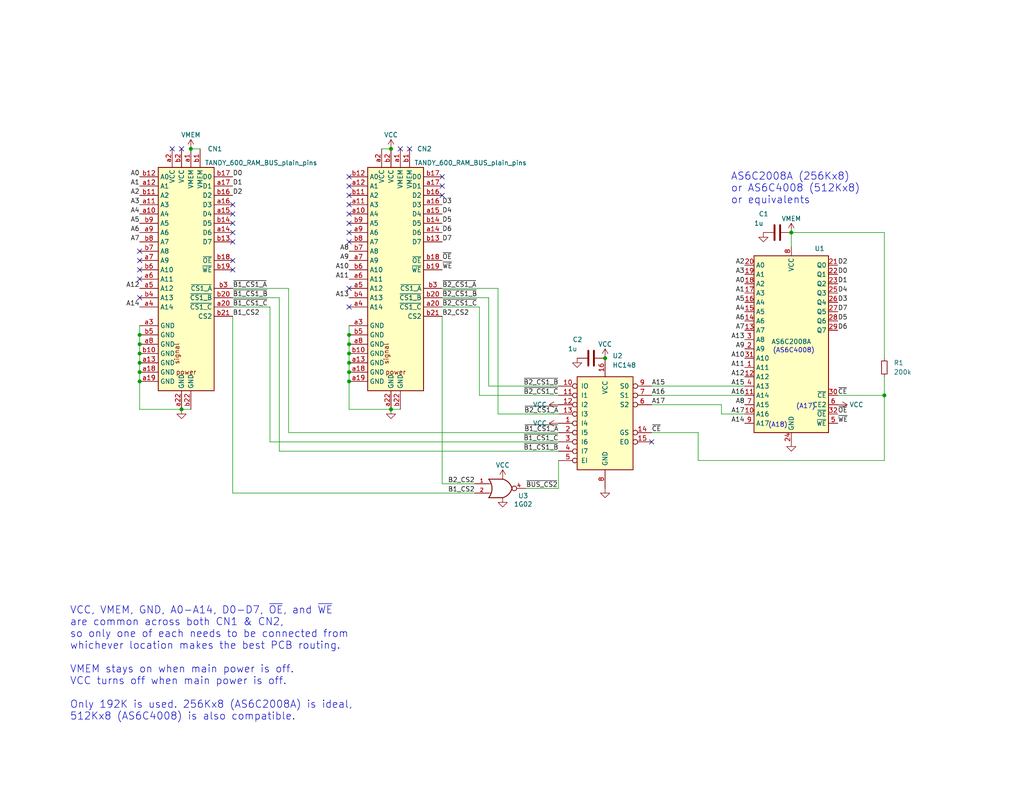
<source format=kicad_sch>
(kicad_sch (version 20231120) (generator "eeschema") (generator_version "8.0")
  (paper "USLetter")
  (title_block (title "TANDY 600 RAM DUAL") (date "2024-12-19") (rev "014") (company "Brian K. White - b.kenyon.w@gmail.com") (comment 1 "CC-BY-SA") (comment 2 "Originally based on Model600Sram_v1.1 by Jayeson Lee-Steer") (comment 3 "github.com/bkw777/TANDY_600_RAM"))
  (lib_symbols
    (symbol "000_LOCAL:74HC148" (pin_names (offset 1.016))
      (property "Reference" "U" (at -7.62 13.97 0))
      (property "Value" "74HC148" (at -7.62 -13.97 0))
      (symbol "74HC148_1_0"
        (pin input inverted (at -12.7 0 0) (length 5.08) (name "I4") (number "1"))
        (pin input inverted (at -12.7 10.16 0) (length 5.08) (name "IO") (number "10"))
        (pin input inverted (at -12.7 7.62 0) (length 5.08) (name "I1") (number "11"))
        (pin input inverted (at -12.7 5.08 0) (length 5.08) (name "I2") (number "12"))
        (pin input inverted (at -12.7 2.54 0) (length 5.08) (name "I3") (number "13"))
        (pin output inverted (at 12.7 -2.54 180) (length 5.08) (name "GS") (number "14"))
        (pin output inverted (at 12.7 -5.08 180) (length 5.08) (name "EO") (number "15"))
        (pin power_in line (at 0 17.78 270) (length 5.08) (name "VCC") (number "16"))
        (pin input inverted (at -12.7 -2.54 0) (length 5.08) (name "I5") (number "2"))
        (pin input inverted (at -12.7 -5.08 0) (length 5.08) (name "I6") (number "3"))
        (pin input inverted (at -12.7 -7.62 0) (length 5.08) (name "I7") (number "4"))
        (pin input inverted (at -12.7 -10.16 0) (length 5.08) (name "EI") (number "5"))
        (pin output inverted (at 12.7 5.08 180) (length 5.08) (name "S2") (number "6"))
        (pin output inverted (at 12.7 7.62 180) (length 5.08) (name "S1") (number "7"))
        (pin power_in line (at 0 -17.78 90) (length 5.08) (name "GND") (number "8"))
        (pin output inverted (at 12.7 10.16 180) (length 5.08) (name "S0") (number "9"))
      )
      (symbol "74HC148_1_1"
        (rectangle (start -7.62 12.7) (end 7.62 -12.7) (stroke (width 0.254)) (fill (type background)))
      )
    )
    (symbol "000_LOCAL:AS6C2008_TSOP-I-32"
      (property "Reference" "U" (at -10.16 23.495 0))
      (property "Value" "AS6C2008_TSOP-I-32" (at 2.54 23.495 0))
      (symbol "AS6C2008_TSOP-I-32_0_0"
        (pin power_in line (at 0 -29.21 90) (length 2.54) (name "GND") (number "24"))
        (pin power_in line (at 0 24.13 270) (length 2.54) (name "VCC") (number "8"))
      )
      (symbol "AS6C2008_TSOP-I-32_0_1"
        (rectangle (start -10.16 21.59) (end 10.16 -26.67) (stroke (width 0.254)) (fill (type background)))
      )
      (symbol "AS6C2008_TSOP-I-32_1_1"
        (pin input line (at -12.7 -8.89 0) (length 2.54) (name "A11") (number "1"))
        (pin input line (at -12.7 -21.59 0) (length 2.54) (name "A16") (number "10"))
        (pin input line (at -12.7 -16.51 0) (length 2.54) (name "A14") (number "11"))
        (pin input line (at -12.7 -11.43 0) (length 2.54) (name "A12") (number "12"))
        (pin input line (at -12.7 1.27 0) (length 2.54) (name "A7") (number "13"))
        (pin input line (at -12.7 3.81 0) (length 2.54) (name "A6") (number "14"))
        (pin input line (at -12.7 6.35 0) (length 2.54) (name "A5") (number "15"))
        (pin input line (at -12.7 8.89 0) (length 2.54) (name "A4") (number "16"))
        (pin input line (at -12.7 11.43 0) (length 2.54) (name "A3") (number "17"))
        (pin input line (at -12.7 13.97 0) (length 2.54) (name "A2") (number "18"))
        (pin input line (at -12.7 16.51 0) (length 2.54) (name "A1") (number "19"))
        (pin input line (at -12.7 -3.81 0) (length 2.54) (name "A9") (number "2"))
        (pin input line (at -12.7 19.05 0) (length 2.54) (name "A0") (number "20"))
        (pin tri_state line (at 12.7 19.05 180) (length 2.54) (name "Q0") (number "21"))
        (pin tri_state line (at 12.7 16.51 180) (length 2.54) (name "Q1") (number "22"))
        (pin tri_state line (at 12.7 13.97 180) (length 2.54) (name "Q2") (number "23"))
        (pin tri_state line (at 12.7 11.43 180) (length 2.54) (name "Q3") (number "25"))
        (pin tri_state line (at 12.7 8.89 180) (length 2.54) (name "Q4") (number "26"))
        (pin tri_state line (at 12.7 6.35 180) (length 2.54) (name "Q5") (number "27"))
        (pin tri_state line (at 12.7 3.81 180) (length 2.54) (name "Q6") (number "28"))
        (pin tri_state line (at 12.7 1.27 180) (length 2.54) (name "Q7") (number "29"))
        (pin input line (at -12.7 -1.27 0) (length 2.54) (name "A8") (number "3"))
        (pin input line (at 12.7 -16.51 180) (length 2.54) (name "~{CE}") (number "30"))
        (pin input line (at -12.7 -6.35 0) (length 2.54) (name "A10") (number "31"))
        (pin input line (at 12.7 -21.59 180) (length 2.54) (name "~{OE}") (number "32"))
        (pin input line (at -12.7 -13.97 0) (length 2.54) (name "A13") (number "4"))
        (pin input line (at 12.7 -24.13 180) (length 2.54) (name "~{WE}") (number "5"))
        (pin input line (at 12.7 -19.05 180) (length 2.54) (name "CE2") (number "6"))
        (pin input line (at -12.7 -19.05 0) (length 2.54) (name "A15") (number "7"))
        (pin input line (at -12.7 -24.13 0) (length 2.54) (name "A17") (number "9"))
      )
    )
    (symbol "000_LOCAL:C" (pin_numbers hide) (pin_names (offset 0.254))
      (property "Reference" "C" (at 0.635 2.54 0))
      (property "Value" "C" (at 0.635 -2.54 0))
      (symbol "C_0_1"
        (polyline (pts (xy -2.032 -0.762) (xy 2.032 -0.762)) (stroke (width 0.508)))
        (polyline (pts (xy -2.032 0.762) (xy 2.032 0.762)) (stroke (width 0.508)))
      )
      (symbol "C_1_1"
        (pin passive line (at 0 3.81 270) (length 2.794) (name "~") (number "1"))
        (pin passive line (at 0 -3.81 90) (length 2.794) (name "~") (number "2"))
      )
    )
    (symbol "000_LOCAL:GND" (power) (pin_names (offset 0))
      (property "Value" "GND" (at 0 -3.81 0))
      (symbol "GND_0_1"
        (polyline (pts (xy 0 0) (xy 0 -1.27) (xy 1.27 -1.27) (xy 0 -2.54) (xy -1.27 -1.27) (xy 0 -1.27)))
      )
      (symbol "GND_1_1"
        (pin power_in line (at 0 0 270) (length 0) hide (name "GND") (number "1"))
      )
    )
    (symbol "000_LOCAL:R_Small" (pin_numbers hide) (pin_names (offset 0.254) hide)
      (property "Reference" "R" (at 0.762 0.508 0))
      (property "Value" "R_Small" (at 0.762 -1.016 0))
      (symbol "R_Small_0_1"
        (rectangle (start -0.762 1.778) (end 0.762 -1.778) (stroke (width 0.2032)))
      )
      (symbol "R_Small_1_1"
        (pin passive line (at 0 2.54 270) (length 0.762) (name "~") (number "1"))
        (pin passive line (at 0 -2.54 90) (length 0.762) (name "~") (number "2"))
      )
    )
    (symbol "000_LOCAL:TANDY_600_RAM_BUS_plain_pins"
      (property "Reference" "J1" (at 6.35 34.29 0))
      (property "Value" "TANDY_600_RAM_BUS_plain_pins" (at 5.08 31.75 0))
      (symbol "TANDY_600_RAM_BUS_plain_pins_0_0"
        (text "power" (at 0 -25.4 0) (effects (font (size 1.27 1.27))))
        (text "signal" (at -2.54 -20.32 900) (effects (font (size 1.27 1.27))))
        (pin power_out line (at 1.27 35.56 270) (length 5.08) (name "VMEM") (number "a1"))
        (pin passive line (at -12.7 -22.86 0) (length 5.08) (name "GND") (number "a13"))
        (pin passive line (at -12.7 -25.4 0) (length 5.08) (name "GND") (number "a18"))
        (pin passive line (at -12.7 -27.94 0) (length 5.08) (name "GND") (number "a19"))
        (pin power_out line (at -3.81 35.56 270) (length 5.08) (name "VCC") (number "a2"))
        (pin power_out line (at -1.27 -35.56 90) (length 5.08) (name "GND") (number "a22"))
        (pin passive line (at -12.7 -12.7 0) (length 5.08) (name "GND") (number "a3"))
        (pin passive line (at -12.7 -17.78 0) (length 5.08) (name "GND") (number "a8"))
        (pin passive line (at 3.81 35.56 270) (length 5.08) (name "VMEM") (number "b1"))
        (pin passive line (at -12.7 -20.32 0) (length 5.08) (name "GND") (number "b10"))
        (pin passive line (at -1.27 35.56 270) (length 5.08) (name "VCC") (number "b2"))
        (pin passive line (at 1.27 -35.56 90) (length 5.08) (name "GND") (number "b22"))
        (pin passive line (at -12.7 -15.24 0) (length 5.08) (name "GND") (number "b5"))
      )
      (symbol "TANDY_600_RAM_BUS_plain_pins_0_1"
        (rectangle (start -7.62 30.48) (end 7.62 -30.48) (stroke (width 0.254)) (fill (type background)))
      )
      (symbol "TANDY_600_RAM_BUS_plain_pins_1_1"
        (pin output line (at -12.7 17.78 0) (length 5.08) (name "A4") (number "a10"))
        (pin output line (at -12.7 20.32 0) (length 5.08) (name "A3") (number "a11"))
        (pin output line (at -12.7 25.4 0) (length 5.08) (name "A1") (number "a12"))
        (pin tri_state line (at 12.7 12.7 180) (length 5.08) (name "D6") (number "a14"))
        (pin tri_state line (at 12.7 17.78 180) (length 5.08) (name "D4") (number "a15"))
        (pin tri_state line (at 12.7 20.32 180) (length 5.08) (name "D3") (number "a16"))
        (pin tri_state line (at 12.7 25.4 180) (length 5.08) (name "D1") (number "a17"))
        (pin output line (at 12.7 -7.62 180) (length 5.08) (name "~{CS1_C}") (number "a20"))
        (pin no_connect line (at 7.62 -15.24 180) (length 5.08) hide (name "NC") (number "a21"))
        (pin output line (at -12.7 -7.62 0) (length 5.08) (name "A14") (number "a4"))
        (pin output line (at -12.7 -2.54 0) (length 5.08) (name "A12") (number "a5"))
        (pin output line (at -12.7 0 0) (length 5.08) (name "A11") (number "a6"))
        (pin output line (at -12.7 5.08 0) (length 5.08) (name "A9") (number "a7"))
        (pin output line (at -12.7 12.7 0) (length 5.08) (name "A6") (number "a9"))
        (pin output line (at -12.7 22.86 0) (length 5.08) (name "A2") (number "b11"))
        (pin output line (at -12.7 27.94 0) (length 5.08) (name "A0") (number "b12"))
        (pin tri_state line (at 12.7 10.16 180) (length 5.08) (name "D7") (number "b13"))
        (pin tri_state line (at 12.7 15.24 180) (length 5.08) (name "D5") (number "b14"))
        (pin no_connect line (at 7.62 -17.78 180) (length 5.08) hide (name "NC") (number "b15"))
        (pin tri_state line (at 12.7 22.86 180) (length 5.08) (name "D2") (number "b16"))
        (pin tri_state line (at 12.7 27.94 180) (length 5.08) (name "D0") (number "b17"))
        (pin output line (at 12.7 5.08 180) (length 5.08) (name "~{OE}") (number "b18"))
        (pin output line (at 12.7 2.54 180) (length 5.08) (name "~{WE}") (number "b19"))
        (pin output line (at 12.7 -5.08 180) (length 5.08) (name "~{CS1_B}") (number "b20"))
        (pin output line (at 12.7 -10.16 180) (length 5.08) (name "CS2") (number "b21"))
        (pin output line (at 12.7 -2.54 180) (length 5.08) (name "~{CS1_A}") (number "b3"))
        (pin output line (at -12.7 -5.08 0) (length 5.08) (name "A13") (number "b4"))
        (pin output line (at -12.7 2.54 0) (length 5.08) (name "A10") (number "b6"))
        (pin output line (at -12.7 7.62 0) (length 5.08) (name "A8") (number "b7"))
        (pin output line (at -12.7 10.16 0) (length 5.08) (name "A7") (number "b8"))
        (pin output line (at -12.7 15.24 0) (length 5.08) (name "A5") (number "b9"))
      )
    )
    (symbol "000_LOCAL:VCC" (power) (pin_names (offset 0))
      (property "Value" "VCC" (at 0 3.81 0))
      (symbol "VCC_0_1"
        (polyline (pts (xy -0.762 1.27) (xy 0 2.54)))
        (polyline (pts (xy 0 0) (xy 0 2.54)))
        (polyline (pts (xy 0 2.54) (xy 0.762 1.27)))
      )
      (symbol "VCC_1_1"
        (pin power_in line (at 0 0 90) (length 0) hide (name "VCC") (number "1"))
      )
    )
    (symbol "000_LOCAL:VMEM" (power) (pin_names (offset 0))
      (property "Value" "VMEM" (at 0 3.81 0))
      (symbol "VMEM_0_1"
        (polyline (pts (xy -0.762 1.27) (xy 0 2.54)))
        (polyline (pts (xy 0 0) (xy 0 2.54)))
        (polyline (pts (xy 0 2.54) (xy 0.762 1.27)))
      )
      (symbol "VMEM_1_1"
        (pin power_in line (at 0 0 90) (length 0) hide (name "VMEM") (number "1"))
      )
    )
    (symbol "74xGxx:74LVC1G02" (pin_names (offset 1.016))
      (property "Reference" "U" (at -2.54 3.81 0))
      (property "Value" "74LVC1G02" (at 0 -3.81 0))
      (symbol "74LVC1G02_0_1"
        (arc (start -3.81 -2.54) (mid -2.919 0) (end -3.81 2.54) (stroke (width 0.254)))
        (arc (start 0 -2.54) (mid 1.5993 -1.6027) (end 2.54 0) (stroke (width 0.254)))
        (polyline (pts (xy -3.81 -1.27) (xy -3.175 -1.27)))
        (polyline (pts (xy -3.81 1.27) (xy -3.175 1.27)))
        (polyline (pts (xy 0 -2.54) (xy -3.81 -2.54)) (stroke (width 0.254)) (fill (type background)))
        (polyline (pts (xy 0 2.54) (xy -3.81 2.54)) (stroke (width 0.254)) (fill (type background)))
        (arc (start 2.54 0) (mid 1.6119 1.6152) (end 0 2.54) (stroke (width 0.254)))
      )
      (symbol "74LVC1G02_1_1"
        (pin input line (at -7.62 1.27 0) (length 3.81) (name "~") (number "1"))
        (pin input line (at -7.62 -1.27 0) (length 3.81) (name "~") (number "2"))
        (pin power_in line (at 0 -2.54 270) (length 0) hide (name "GND") (number "3"))
        (pin output inverted (at 6.35 0 180) (length 3.81) (name "~") (number "4"))
        (pin power_in line (at 0 2.54 90) (length 0) hide (name "VCC") (number "5"))
      )
    )
  )
  (junction (at 95.25 99.06))
  (junction (at 38.1 101.6))
  (junction (at 38.1 96.52))
  (junction (at 95.25 104.14))
  (junction (at 95.25 91.44))
  (junction (at 95.25 93.98))
  (junction (at 38.1 104.14))
  (junction (at 52.07 40.64))
  (junction (at 106.68 111.76))
  (junction (at 38.1 99.06))
  (junction (at 49.53 111.76))
  (junction (at 106.68 40.64))
  (junction (at 215.9 63.5))
  (junction (at 165.1 97.79))
  (junction (at 38.1 91.44))
  (junction (at 241.3 107.95))
  (junction (at 95.25 101.6))
  (junction (at 95.25 96.52))
  (junction (at 38.1 93.98))
  (no_connect (at 177.8 120.65))
  (no_connect (at 38.1 81.28))
  (no_connect (at 63.5 73.66))
  (no_connect (at 120.65 48.26))
  (no_connect (at 120.65 50.8))
  (no_connect (at 120.65 53.34))
  (no_connect (at 95.25 83.82))
  (no_connect (at 95.25 78.74))
  (no_connect (at 95.25 66.04))
  (no_connect (at 95.25 63.5))
  (no_connect (at 95.25 60.96))
  (no_connect (at 95.25 58.42))
  (no_connect (at 95.25 55.88))
  (no_connect (at 95.25 53.34))
  (no_connect (at 95.25 50.8))
  (no_connect (at 95.25 48.26))
  (no_connect (at 109.22 40.64))
  (no_connect (at 111.76 40.64))
  (no_connect (at 38.1 76.2))
  (no_connect (at 38.1 73.66))
  (no_connect (at 63.5 71.12))
  (no_connect (at 63.5 60.96))
  (no_connect (at 63.5 63.5))
  (no_connect (at 63.5 66.04))
  (no_connect (at 46.99 40.64))
  (no_connect (at 49.53 40.64))
  (no_connect (at 38.1 71.12))
  (no_connect (at 38.1 68.58))
  (no_connect (at 63.5 55.88))
  (no_connect (at 63.5 58.42))
  (wire (pts (xy 49.53 111.76) (xy 52.07 111.76)))
  (wire (pts (xy 95.25 111.76) (xy 106.68 111.76)))
  (wire (pts (xy 38.1 99.06) (xy 38.1 101.6)))
  (wire (pts (xy 38.1 93.98) (xy 38.1 96.52)))
  (wire (pts (xy 104.14 40.64) (xy 106.68 40.64)))
  (wire (pts (xy 95.25 96.52) (xy 95.25 99.06)))
  (wire (pts (xy 152.4 123.19) (xy 76.2 123.19)))
  (wire (pts (xy 241.3 102.87) (xy 241.3 107.95)))
  (wire (pts (xy 241.3 107.95) (xy 241.3 125.73)))
  (wire (pts (xy 73.66 83.82) (xy 73.66 120.65)))
  (wire (pts (xy 196.85 110.49) (xy 196.85 113.03)))
  (wire (pts (xy 76.2 81.28) (xy 76.2 123.19)))
  (wire (pts (xy 120.65 86.36) (xy 120.65 132.08)))
  (wire (pts (xy 135.89 113.03) (xy 152.4 113.03)))
  (wire (pts (xy 143.51 133.35) (xy 152.4 133.35)))
  (wire (pts (xy 38.1 111.76) (xy 49.53 111.76)))
  (wire (pts (xy 133.35 81.28) (xy 120.65 81.28)))
  (wire (pts (xy 177.8 105.41) (xy 203.2 105.41)))
  (wire (pts (xy 63.5 78.74) (xy 78.74 78.74)))
  (wire (pts (xy 196.85 113.03) (xy 203.2 113.03)))
  (wire (pts (xy 177.8 107.95) (xy 203.2 107.95)))
  (wire (pts (xy 95.25 88.9) (xy 95.25 91.44)))
  (wire (pts (xy 120.65 78.74) (xy 135.89 78.74)))
  (wire (pts (xy 38.1 88.9) (xy 38.1 91.44)))
  (wire (pts (xy 38.1 104.14) (xy 38.1 111.76)))
  (wire (pts (xy 95.25 104.14) (xy 95.25 111.76)))
  (wire (pts (xy 177.8 118.11) (xy 190.5 118.11)))
  (wire (pts (xy 78.74 78.74) (xy 78.74 118.11)))
  (wire (pts (xy 152.4 120.65) (xy 73.66 120.65)))
  (wire (pts (xy 241.3 97.79) (xy 241.3 63.5)))
  (wire (pts (xy 95.25 91.44) (xy 95.25 93.98)))
  (wire (pts (xy 135.89 78.74) (xy 135.89 113.03)))
  (wire (pts (xy 38.1 91.44) (xy 38.1 93.98)))
  (wire (pts (xy 63.5 86.36) (xy 63.5 134.62)))
  (wire (pts (xy 133.35 105.41) (xy 133.35 81.28)))
  (wire (pts (xy 228.6 107.95) (xy 241.3 107.95)))
  (wire (pts (xy 95.25 101.6) (xy 95.25 104.14)))
  (wire (pts (xy 130.81 83.82) (xy 120.65 83.82)))
  (wire (pts (xy 38.1 101.6) (xy 38.1 104.14)))
  (wire (pts (xy 95.25 99.06) (xy 95.25 101.6)))
  (wire (pts (xy 215.9 63.5) (xy 215.9 67.31)))
  (wire (pts (xy 190.5 118.11) (xy 190.5 125.73)))
  (wire (pts (xy 152.4 133.35) (xy 152.4 125.73)))
  (wire (pts (xy 241.3 63.5) (xy 215.9 63.5)))
  (wire (pts (xy 130.81 107.95) (xy 130.81 83.82)))
  (wire (pts (xy 63.5 83.82) (xy 73.66 83.82)))
  (wire (pts (xy 38.1 96.52) (xy 38.1 99.06)))
  (wire (pts (xy 95.25 93.98) (xy 95.25 96.52)))
  (wire (pts (xy 190.5 125.73) (xy 241.3 125.73)))
  (wire (pts (xy 52.07 40.64) (xy 54.61 40.64)))
  (wire (pts (xy 120.65 132.08) (xy 129.54 132.08)))
  (wire (pts (xy 63.5 81.28) (xy 76.2 81.28)))
  (wire (pts (xy 106.68 111.76) (xy 109.22 111.76)))
  (wire (pts (xy 63.5 134.62) (xy 129.54 134.62)))
  (wire (pts (xy 177.8 110.49) (xy 196.85 110.49)))
  (wire (pts (xy 152.4 118.11) (xy 78.74 118.11)))
  (wire (pts (xy 152.4 107.95) (xy 130.81 107.95)))
  (wire (pts (xy 152.4 105.41) (xy 133.35 105.41)))
  (text "(A17)" (at 217.17 111.76 0) (effects (font (size 1.27 1.27)) (justify left bottom)))
  (text "VCC, VMEM, GND, A0-A14, D0-D7, ~{OE}, and ~{WE}\nare common across both CN1 & CN2,\nso only one of each needs to be connected from\nwhichever location makes the best PCB routing.\n\nVMEM stays on when main power is off.\nVCC turns off when main power is off.\n\nOnly 192K is used. 256Kx8 (AS6C2008A) is ideal,\n512Kx8 (AS6C4008) is also compatible.\n" (at 19.05 196.85 0) (effects (font (size 2 2)) (justify left bottom)))
  (text "AS6C2008A (256Kx8)\nor AS6C4008 (512Kx8)\nor equivalents" (at 199.39 55.88 0) (effects (font (size 2 2)) (justify left bottom)))
  (text "(A18)" (at 209.55 116.84 0) (effects (font (size 1.27 1.27)) (justify left bottom)))
  (text "(AS6C4008)" (at 210.82 96.52 0) (effects (font (size 1.27 1.27)) (justify left bottom)))
  (label "B2_CS2" (at 120.65 86.36 0))
  (label "A0" (at 38.1 48.26 180))
  (label "A13" (at 203.2 92.71 180))
  (label "A7" (at 203.2 90.17 180))
  (label "A1" (at 203.2 80.01 180))
  (label "D3" (at 120.65 55.88 0))
  (label "~{B1_CS1_C}" (at 152.4 120.65 180))
  (label "D0" (at 63.5 48.26 0))
  (label "A7" (at 38.1 66.04 180))
  (label "~{B2_CS1_A}" (at 120.65 78.74 0))
  (label "~{WE}" (at 228.6 115.57 0))
  (label "A13" (at 95.25 81.28 180))
  (label "~{B2_CS1_B}" (at 152.4 105.41 180))
  (label "~{B2_CS1_B}" (at 120.65 81.28 0))
  (label "~{B1_CS1_A}" (at 152.4 118.11 180))
  (label "A4" (at 203.2 85.09 180))
  (label "A6" (at 38.1 63.5 180))
  (label "A12" (at 203.2 102.87 180))
  (label "A10" (at 95.25 73.66 180))
  (label "A5" (at 38.1 60.96 180))
  (label "B1_CS2" (at 63.5 86.36 0))
  (label "A9" (at 203.2 95.25 180))
  (label "D0" (at 228.6 74.93 0))
  (label "~{B1_CS1_A}" (at 63.5 78.74 0))
  (label "A2" (at 38.1 53.34 180))
  (label "~{WE}" (at 120.65 73.66 0))
  (label "D5" (at 228.6 87.63 0))
  (label "A5" (at 203.2 82.55 180))
  (label "B2_CS2" (at 129.54 132.08 180))
  (label "A12" (at 38.1 78.74 180))
  (label "D7" (at 120.65 66.04 0))
  (label "A14" (at 38.1 83.82 180))
  (label "A9" (at 95.25 71.12 180))
  (label "~{B1_CS1_C}" (at 63.5 83.82 0))
  (label "D1" (at 63.5 50.8 0))
  (label "A11" (at 203.2 100.33 180))
  (label "A1" (at 38.1 50.8 180))
  (label "A16" (at 203.2 107.95 180))
  (label "A10" (at 203.2 97.79 180))
  (label "A3" (at 203.2 74.93 180))
  (label "A15" (at 177.8 105.41 0))
  (label "D2" (at 63.5 53.34 0))
  (label "~{B2_CS1_A}" (at 152.4 113.03 180))
  (label "~{OE}" (at 120.65 71.12 0))
  (label "~{B2_CS1_C}" (at 120.65 83.82 0))
  (label "A17" (at 203.2 113.03 180))
  (label "~{B1_CS1_B}" (at 63.5 81.28 0))
  (label "~{B1_CS1_B}" (at 152.4 123.19 180))
  (label "D6" (at 120.65 63.5 0))
  (label "D1" (at 228.6 77.47 0))
  (label "A11" (at 95.25 76.2 180))
  (label "A14" (at 203.2 115.57 180))
  (label "B1_CS2" (at 129.54 134.62 180))
  (label "A2" (at 203.2 72.39 180))
  (label "A17" (at 177.8 110.49 0))
  (label "A16" (at 177.8 107.95 0))
  (label "~{BUS_CS2}" (at 143.51 133.35 0))
  (label "D7" (at 228.6 85.09 0))
  (label "A8" (at 203.2 110.49 180))
  (label "D2" (at 228.6 72.39 0))
  (label "A4" (at 38.1 58.42 180))
  (label "D3" (at 228.6 82.55 0))
  (label "A15" (at 203.2 105.41 180))
  (label "A3" (at 38.1 55.88 180))
  (label "D5" (at 120.65 60.96 0))
  (label "A0" (at 203.2 77.47 180))
  (label "A8" (at 95.25 68.58 180))
  (label "~{OE}" (at 228.6 113.03 0))
  (label "D4" (at 120.65 58.42 0))
  (label "A6" (at 203.2 87.63 180))
  (label "~{CE}" (at 228.6 107.95 0))
  (label "D4" (at 228.6 80.01 0))
  (label "D6" (at 228.6 90.17 0))
  (label "~{B2_CS1_C}" (at 152.4 107.95 180))
  (label "~{CE}" (at 177.8 118.11 0))
  (symbol (lib_id "000_LOCAL:VMEM") (at 215.9 63.5 0) (unit 1)
    (property "Reference" "#PWR0115" (effects (hide yes)))
    (property "Value" "VMEM" (at 215.9 59.69 0))
  )
  (symbol (lib_id "000_LOCAL:AS6C2008_TSOP-I-32") (at 215.9 91.44 0) (unit 1)
    (property "Reference" "U1" (at 222.25 68.58 0) (effects (justify left bottom)))
    (property "Value" "AS6C2008A" (at 215.9 93.98 0) (effects (justify bottom)))
    (property "Footprint" "000_LOCAL:TSOP32-dual" (effects (hide yes)))
    (property "Datasheet" "datasheets/AS6C4008.pdf" (effects (hide yes)))
    (property "Description" "IC SRAM 4MBIT PARALLEL 32STSOP" (effects (hide yes)))
    (property "MPN" "AS6C4008-55STIN" (effects (hide yes)))
  )
  (symbol (lib_id "000_LOCAL:C") (at 212.09 63.5 270) (unit 1)
    (property "Reference" "C1" (at 207.01 58.42 90) (effects (justify left)))
    (property "Value" "1u" (at 205.74 60.96 90) (effects (justify left)))
    (property "Footprint" "000_LOCAL:C_0805" (effects (hide yes)))
    (property "Datasheet" "datasheets/CL21B105KAFNNNE.pdf" (effects (hide yes)))
    (property "Description" "CAP CER 1UF 25V X7R 0805" (effects (hide yes)))
    (property "MPN" "CL21B105KAFNNNE" (effects (hide yes)))
  )
  (symbol (lib_id "000_LOCAL:GND") (at 215.9 120.65 0) (unit 1)
    (property "Reference" "#PWR02" (effects (hide yes)))
    (property "Value" "GND" (effects (hide yes)))
  )
  (symbol (lib_id "000_LOCAL:VMEM") (at 52.07 40.64 0) (unit 1)
    (property "Reference" "#PWR0141" (effects (hide yes)))
    (property "Value" "VMEM" (at 52.07 36.83 0))
  )
  (symbol (lib_id "000_LOCAL:TANDY_600_RAM_BUS_plain_pins") (at 50.8 76.2 0) (unit 1)
    (property "Reference" "CN1" (at 56.6294 40.64 0) (effects (justify left)))
    (property "Value" "TANDY_600_RAM_BUS_plain_pins" (at 55.88 44.45 0) (effects (justify left)))
    (property "Footprint" "000_LOCAL:DIN-41612_02x22_male_vertical_bare_pins" (effects (hide yes)))
    (property "Datasheet" "datasheets/PRPC022DAAN-RC.pdf" (effects (hide yes)))
    (property "Description" "CONN HEADER VERT 44POS 2.54MM" (effects (hide yes)))
    (property "MPN" "PRPC022DAAN-RC" (effects (hide yes)))
  )
  (symbol (lib_id "000_LOCAL:GND") (at 49.53 111.76 0) (unit 1)
    (property "Reference" "#PWR0113" (effects (hide yes)))
    (property "Value" "GND" (effects (hide yes)))
  )
  (symbol (lib_id "000_LOCAL:VCC") (at 137.16 130.81 0) (unit 1)
    (property "Reference" "#PWR06" (effects (hide yes)))
    (property "Value" "VCC" (at 137.16 127 0))
  )
  (symbol (lib_id "000_LOCAL:GND") (at 106.68 111.76 0) (unit 1)
    (property "Reference" "#PWR01" (effects (hide yes)))
    (property "Value" "GND" (effects (hide yes)))
  )
  (symbol (lib_id "000_LOCAL:GND") (at 165.1 133.35 0) (unit 1)
    (property "Reference" "#PWR03" (effects (hide yes)))
    (property "Value" "GND" (effects (hide yes)))
  )
  (symbol (lib_id "74xGxx:74LVC1G02") (at 137.16 133.35 0) (unit 1)
    (property "Reference" "U3" (at 142.748 135.382 0))
    (property "Value" "1G02" (at 142.748 137.668 0))
    (property "Footprint" "000_LOCAL:SOT-353_SC-70-5" (effects (hide yes)))
    (property "Datasheet" "datasheets/1G02.pdf" (effects (hide yes)))
    (property "Description" "IC GATE NOR 1CH 2-INP SC70-5" (effects (hide yes)))
    (property "MPN" "SN74AHC1G02DCKR" (effects (hide yes)))
  )
  (symbol (lib_id "000_LOCAL:VCC") (at 228.6 110.49 270) (unit 1)
    (property "Reference" "#PWR09" (effects (hide yes)))
    (property "Value" "VCC" (at 233.68 110.49 90))
  )
  (symbol (lib_id "000_LOCAL:VCC") (at 152.4 110.49 90) (unit 1)
    (property "Reference" "#PWR0105" (effects (hide yes)))
    (property "Value" "VCC" (at 147.32 110.49 90))
  )
  (symbol (lib_id "000_LOCAL:C") (at 161.29 97.79 270) (unit 1)
    (property "Reference" "C2" (at 156.21 92.71 90) (effects (justify left)))
    (property "Value" "1u" (at 154.94 95.25 90) (effects (justify left)))
    (property "Footprint" "000_LOCAL:C_0805" (effects (hide yes)))
    (property "Datasheet" "datasheets/CL21B105KAFNNNE.pdf" (effects (hide yes)))
    (property "Description" "CAP CER 1UF 25V X7R 0805" (effects (hide yes)))
    (property "MPN" "CL21B105KAFNNNE" (effects (hide yes)))
  )
  (symbol (lib_id "000_LOCAL:GND") (at 137.16 135.89 0) (unit 1)
    (property "Reference" "#PWR010" (effects (hide yes)))
    (property "Value" "GND" (effects (hide yes)))
  )
  (symbol (lib_id "000_LOCAL:R_Small") (at 241.3 100.33 0) (unit 1)
    (property "Reference" "R1" (at 243.84 99.06 0) (effects (justify left)))
    (property "Value" "200k" (at 243.84 101.6 0) (effects (justify left)))
    (property "Footprint" "000_LOCAL:R_0805" (effects (hide yes)))
    (property "Datasheet" "datasheets/sei-rmcf_rmcp.pdf" (effects (hide yes)))
    (property "Description" "RES 200K OHM 1% 1/8W 0805" (effects (hide yes)))
    (property "MPN" "RMCF0805FT200K" (effects (hide yes)))
  )
  (symbol (lib_id "000_LOCAL:74HC148") (at 165.1 115.57 0) (unit 1)
    (property "Reference" "U2" (at 167.1194 97.155 0) (effects (justify left)))
    (property "Value" "HC148" (at 167.1194 99.695 0) (effects (justify left)))
    (property "Footprint" "000_LOCAL:SOIC-16_3.9x9.9mm_P1.27mm" (effects (hide yes)))
    (property "Datasheet" "datasheets/HC148.pdf" (effects (hide yes)))
    (property "Description" "IC PRIORITY ENCOD 1 X 8:3 16SOIC" (effects (hide yes)))
    (property "MPN" "SN74HC148DR" (effects (hide yes)))
  )
  (symbol (lib_id "000_LOCAL:GND") (at 208.28 63.5 0) (unit 1)
    (property "Reference" "#PWR08" (effects (hide yes)))
    (property "Value" "GND" (effects (hide yes)))
  )
  (symbol (lib_id "000_LOCAL:GND") (at 157.48 97.79 0) (unit 1)
    (property "Reference" "#PWR07" (effects (hide yes)))
    (property "Value" "GND" (effects (hide yes)))
  )
  (symbol (lib_id "000_LOCAL:VCC") (at 165.1 97.79 0) (unit 1)
    (property "Reference" "#PWR04" (effects (hide yes)))
    (property "Value" "VCC" (at 165.1 93.98 0))
  )
  (symbol (lib_id "000_LOCAL:VCC") (at 106.68 40.64 0) (unit 1)
    (property "Reference" "#PWR05" (effects (hide yes)))
    (property "Value" "VCC" (at 106.68 36.83 0))
  )
  (symbol (lib_id "000_LOCAL:TANDY_600_RAM_BUS_plain_pins") (at 107.95 76.2 0) (unit 1)
    (property "Reference" "CN2" (at 113.7794 40.64 0) (effects (justify left)))
    (property "Value" "TANDY_600_RAM_BUS_plain_pins" (at 113.03 44.45 0) (effects (justify left)))
    (property "Footprint" "000_LOCAL:DIN-41612_02x22_male_vertical_bare_pins" (effects (hide yes)))
    (property "Datasheet" "datasheets/PRPC022DAAN-RC.pdf" (effects (hide yes)))
    (property "Description" "CONN HEADER VERT 44POS 2.54MM" (effects (hide yes)))
    (property "MPN" "PRPC022DAAN-RC" (effects (hide yes)))
  )
  (symbol (lib_id "000_LOCAL:VCC") (at 152.4 115.57 90) (unit 1)
    (property "Reference" "#PWR0104" (effects (hide yes)))
    (property "Value" "VCC" (at 147.32 115.57 90))
  )
)
</source>
